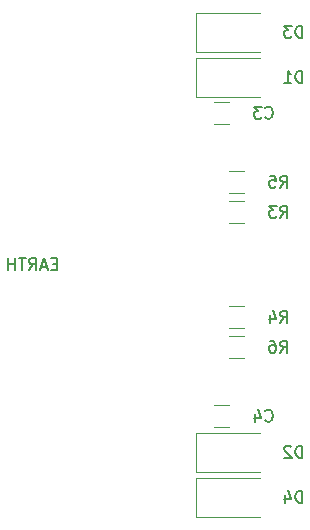
<source format=gbr>
G04 #@! TF.GenerationSoftware,KiCad,Pcbnew,5.1.9*
G04 #@! TF.CreationDate,2021-04-19T04:00:47-04:00*
G04 #@! TF.ProjectId,lm3886_psu,6c6d3338-3836-45f7-9073-752e6b696361,rev?*
G04 #@! TF.SameCoordinates,Original*
G04 #@! TF.FileFunction,Legend,Bot*
G04 #@! TF.FilePolarity,Positive*
%FSLAX46Y46*%
G04 Gerber Fmt 4.6, Leading zero omitted, Abs format (unit mm)*
G04 Created by KiCad (PCBNEW 5.1.9) date 2021-04-19 04:00:47*
%MOMM*%
%LPD*%
G01*
G04 APERTURE LIST*
%ADD10C,0.150000*%
%ADD11C,0.120000*%
G04 APERTURE END LIST*
D10*
X117363619Y-90225571D02*
X117030285Y-90225571D01*
X116887428Y-90749380D02*
X117363619Y-90749380D01*
X117363619Y-89749380D01*
X116887428Y-89749380D01*
X116506476Y-90463666D02*
X116030285Y-90463666D01*
X116601714Y-90749380D02*
X116268380Y-89749380D01*
X115935047Y-90749380D01*
X115030285Y-90749380D02*
X115363619Y-90273190D01*
X115601714Y-90749380D02*
X115601714Y-89749380D01*
X115220761Y-89749380D01*
X115125523Y-89797000D01*
X115077904Y-89844619D01*
X115030285Y-89939857D01*
X115030285Y-90082714D01*
X115077904Y-90177952D01*
X115125523Y-90225571D01*
X115220761Y-90273190D01*
X115601714Y-90273190D01*
X114744571Y-89749380D02*
X114173142Y-89749380D01*
X114458857Y-90749380D02*
X114458857Y-89749380D01*
X113839809Y-90749380D02*
X113839809Y-89749380D01*
X113839809Y-90225571D02*
X113268380Y-90225571D01*
X113268380Y-90749380D02*
X113268380Y-89749380D01*
D11*
X130715936Y-102214000D02*
X131920064Y-102214000D01*
X130715936Y-104034000D02*
X131920064Y-104034000D01*
X131920064Y-76560000D02*
X130715936Y-76560000D01*
X131920064Y-78380000D02*
X130715936Y-78380000D01*
X131985936Y-96372000D02*
X133190064Y-96372000D01*
X131985936Y-98192000D02*
X133190064Y-98192000D01*
X131985936Y-82402000D02*
X133190064Y-82402000D01*
X131985936Y-84222000D02*
X133190064Y-84222000D01*
X133190064Y-95652000D02*
X131985936Y-95652000D01*
X133190064Y-93832000D02*
X131985936Y-93832000D01*
X133190064Y-86762000D02*
X131985936Y-86762000D01*
X133190064Y-84942000D02*
X131985936Y-84942000D01*
X129188000Y-111632000D02*
X129188000Y-108332000D01*
X129188000Y-108332000D02*
X134588000Y-108332000D01*
X129188000Y-111632000D02*
X134588000Y-111632000D01*
X129188000Y-72262000D02*
X134588000Y-72262000D01*
X129188000Y-68962000D02*
X134588000Y-68962000D01*
X129188000Y-72262000D02*
X129188000Y-68962000D01*
X129188000Y-107822000D02*
X134588000Y-107822000D01*
X129188000Y-104522000D02*
X134588000Y-104522000D01*
X129188000Y-107822000D02*
X129188000Y-104522000D01*
X129188000Y-76072000D02*
X134588000Y-76072000D01*
X129188000Y-72772000D02*
X134588000Y-72772000D01*
X129188000Y-76072000D02*
X129188000Y-72772000D01*
D10*
X135040666Y-103481142D02*
X135088285Y-103528761D01*
X135231142Y-103576380D01*
X135326380Y-103576380D01*
X135469238Y-103528761D01*
X135564476Y-103433523D01*
X135612095Y-103338285D01*
X135659714Y-103147809D01*
X135659714Y-103004952D01*
X135612095Y-102814476D01*
X135564476Y-102719238D01*
X135469238Y-102624000D01*
X135326380Y-102576380D01*
X135231142Y-102576380D01*
X135088285Y-102624000D01*
X135040666Y-102671619D01*
X134183523Y-102909714D02*
X134183523Y-103576380D01*
X134421619Y-102528761D02*
X134659714Y-103243047D01*
X134040666Y-103243047D01*
X135040666Y-77827142D02*
X135088285Y-77874761D01*
X135231142Y-77922380D01*
X135326380Y-77922380D01*
X135469238Y-77874761D01*
X135564476Y-77779523D01*
X135612095Y-77684285D01*
X135659714Y-77493809D01*
X135659714Y-77350952D01*
X135612095Y-77160476D01*
X135564476Y-77065238D01*
X135469238Y-76970000D01*
X135326380Y-76922380D01*
X135231142Y-76922380D01*
X135088285Y-76970000D01*
X135040666Y-77017619D01*
X134707333Y-76922380D02*
X134088285Y-76922380D01*
X134421619Y-77303333D01*
X134278761Y-77303333D01*
X134183523Y-77350952D01*
X134135904Y-77398571D01*
X134088285Y-77493809D01*
X134088285Y-77731904D01*
X134135904Y-77827142D01*
X134183523Y-77874761D01*
X134278761Y-77922380D01*
X134564476Y-77922380D01*
X134659714Y-77874761D01*
X134707333Y-77827142D01*
X136310666Y-97734380D02*
X136644000Y-97258190D01*
X136882095Y-97734380D02*
X136882095Y-96734380D01*
X136501142Y-96734380D01*
X136405904Y-96782000D01*
X136358285Y-96829619D01*
X136310666Y-96924857D01*
X136310666Y-97067714D01*
X136358285Y-97162952D01*
X136405904Y-97210571D01*
X136501142Y-97258190D01*
X136882095Y-97258190D01*
X135453523Y-96734380D02*
X135644000Y-96734380D01*
X135739238Y-96782000D01*
X135786857Y-96829619D01*
X135882095Y-96972476D01*
X135929714Y-97162952D01*
X135929714Y-97543904D01*
X135882095Y-97639142D01*
X135834476Y-97686761D01*
X135739238Y-97734380D01*
X135548761Y-97734380D01*
X135453523Y-97686761D01*
X135405904Y-97639142D01*
X135358285Y-97543904D01*
X135358285Y-97305809D01*
X135405904Y-97210571D01*
X135453523Y-97162952D01*
X135548761Y-97115333D01*
X135739238Y-97115333D01*
X135834476Y-97162952D01*
X135882095Y-97210571D01*
X135929714Y-97305809D01*
X136310666Y-83764380D02*
X136644000Y-83288190D01*
X136882095Y-83764380D02*
X136882095Y-82764380D01*
X136501142Y-82764380D01*
X136405904Y-82812000D01*
X136358285Y-82859619D01*
X136310666Y-82954857D01*
X136310666Y-83097714D01*
X136358285Y-83192952D01*
X136405904Y-83240571D01*
X136501142Y-83288190D01*
X136882095Y-83288190D01*
X135405904Y-82764380D02*
X135882095Y-82764380D01*
X135929714Y-83240571D01*
X135882095Y-83192952D01*
X135786857Y-83145333D01*
X135548761Y-83145333D01*
X135453523Y-83192952D01*
X135405904Y-83240571D01*
X135358285Y-83335809D01*
X135358285Y-83573904D01*
X135405904Y-83669142D01*
X135453523Y-83716761D01*
X135548761Y-83764380D01*
X135786857Y-83764380D01*
X135882095Y-83716761D01*
X135929714Y-83669142D01*
X136310666Y-95194380D02*
X136644000Y-94718190D01*
X136882095Y-95194380D02*
X136882095Y-94194380D01*
X136501142Y-94194380D01*
X136405904Y-94242000D01*
X136358285Y-94289619D01*
X136310666Y-94384857D01*
X136310666Y-94527714D01*
X136358285Y-94622952D01*
X136405904Y-94670571D01*
X136501142Y-94718190D01*
X136882095Y-94718190D01*
X135453523Y-94527714D02*
X135453523Y-95194380D01*
X135691619Y-94146761D02*
X135929714Y-94861047D01*
X135310666Y-94861047D01*
X136310666Y-86304380D02*
X136644000Y-85828190D01*
X136882095Y-86304380D02*
X136882095Y-85304380D01*
X136501142Y-85304380D01*
X136405904Y-85352000D01*
X136358285Y-85399619D01*
X136310666Y-85494857D01*
X136310666Y-85637714D01*
X136358285Y-85732952D01*
X136405904Y-85780571D01*
X136501142Y-85828190D01*
X136882095Y-85828190D01*
X135977333Y-85304380D02*
X135358285Y-85304380D01*
X135691619Y-85685333D01*
X135548761Y-85685333D01*
X135453523Y-85732952D01*
X135405904Y-85780571D01*
X135358285Y-85875809D01*
X135358285Y-86113904D01*
X135405904Y-86209142D01*
X135453523Y-86256761D01*
X135548761Y-86304380D01*
X135834476Y-86304380D01*
X135929714Y-86256761D01*
X135977333Y-86209142D01*
X138152095Y-110434380D02*
X138152095Y-109434380D01*
X137914000Y-109434380D01*
X137771142Y-109482000D01*
X137675904Y-109577238D01*
X137628285Y-109672476D01*
X137580666Y-109862952D01*
X137580666Y-110005809D01*
X137628285Y-110196285D01*
X137675904Y-110291523D01*
X137771142Y-110386761D01*
X137914000Y-110434380D01*
X138152095Y-110434380D01*
X136723523Y-109767714D02*
X136723523Y-110434380D01*
X136961619Y-109386761D02*
X137199714Y-110101047D01*
X136580666Y-110101047D01*
X138152095Y-71064380D02*
X138152095Y-70064380D01*
X137914000Y-70064380D01*
X137771142Y-70112000D01*
X137675904Y-70207238D01*
X137628285Y-70302476D01*
X137580666Y-70492952D01*
X137580666Y-70635809D01*
X137628285Y-70826285D01*
X137675904Y-70921523D01*
X137771142Y-71016761D01*
X137914000Y-71064380D01*
X138152095Y-71064380D01*
X137247333Y-70064380D02*
X136628285Y-70064380D01*
X136961619Y-70445333D01*
X136818761Y-70445333D01*
X136723523Y-70492952D01*
X136675904Y-70540571D01*
X136628285Y-70635809D01*
X136628285Y-70873904D01*
X136675904Y-70969142D01*
X136723523Y-71016761D01*
X136818761Y-71064380D01*
X137104476Y-71064380D01*
X137199714Y-71016761D01*
X137247333Y-70969142D01*
X138152095Y-106624380D02*
X138152095Y-105624380D01*
X137914000Y-105624380D01*
X137771142Y-105672000D01*
X137675904Y-105767238D01*
X137628285Y-105862476D01*
X137580666Y-106052952D01*
X137580666Y-106195809D01*
X137628285Y-106386285D01*
X137675904Y-106481523D01*
X137771142Y-106576761D01*
X137914000Y-106624380D01*
X138152095Y-106624380D01*
X137199714Y-105719619D02*
X137152095Y-105672000D01*
X137056857Y-105624380D01*
X136818761Y-105624380D01*
X136723523Y-105672000D01*
X136675904Y-105719619D01*
X136628285Y-105814857D01*
X136628285Y-105910095D01*
X136675904Y-106052952D01*
X137247333Y-106624380D01*
X136628285Y-106624380D01*
X138152095Y-74874380D02*
X138152095Y-73874380D01*
X137914000Y-73874380D01*
X137771142Y-73922000D01*
X137675904Y-74017238D01*
X137628285Y-74112476D01*
X137580666Y-74302952D01*
X137580666Y-74445809D01*
X137628285Y-74636285D01*
X137675904Y-74731523D01*
X137771142Y-74826761D01*
X137914000Y-74874380D01*
X138152095Y-74874380D01*
X136628285Y-74874380D02*
X137199714Y-74874380D01*
X136914000Y-74874380D02*
X136914000Y-73874380D01*
X137009238Y-74017238D01*
X137104476Y-74112476D01*
X137199714Y-74160095D01*
M02*

</source>
